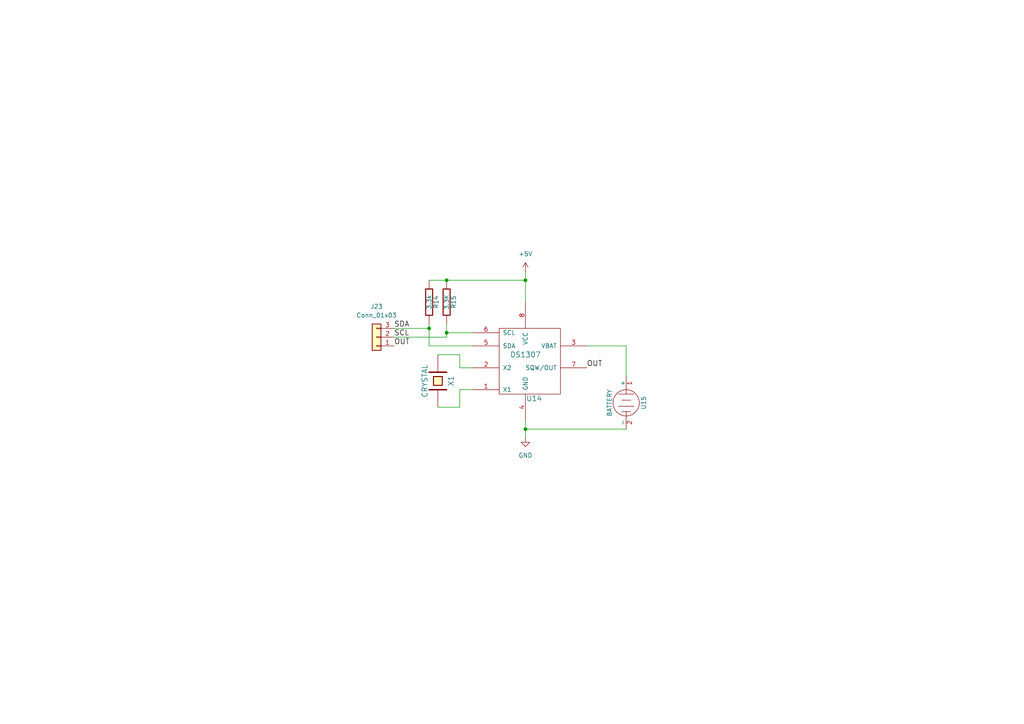
<source format=kicad_sch>
(kicad_sch (version 20250114) (generator "eeschema") (generator_version "9.0")
  (paper "A4")
  (lib_symbols
    (symbol "BATTERY_2" (pin_names (offset 0))
      (property "Reference" "BT" (at 0 5.08 0))
      (property "Value" "BATTERY" (at 0 -4.826 0))
      (symbol "BATTERY_2_0_1"
        (polyline (pts (xy -2.54 2.286) (xy -2.54 -2.2606)) (stroke (width 0.1524)))
        (polyline (pts (xy -2.54 0) (xy -3.81 0)))
        (polyline (pts (xy -0.7874 1.27) (xy -0.7874 -1.27)) (stroke (width 0.1524)))
        (circle (center 0 0) (radius 3.81) (stroke (width 0.1524)))
        (polyline (pts (xy 0.9906 2.286) (xy 0.9906 -2.2606)) (stroke (width 0.1524)))
        (polyline (pts (xy 2.54 1.27) (xy 2.54 -1.27)) (stroke (width 0.1524)))
        (polyline (pts (xy 2.54 0) (xy 3.81 0)))
      )
      (symbol "BATTERY_2_1_1"
        (pin passive line (at -7.62 0 0) (length 3.81) (name "+") (number "1"))
        (pin passive line (at 7.62 0 180) (length 3.81) (name "-") (number "2"))
      )
    )
    (symbol "CRYSTAL_2" (pin_numbers (hide yes)) (pin_names (offset 1.016) (hide yes))
      (property "Reference" "X" (at 0 3.81 0))
      (property "Value" "CRYSTAL" (at 0 -3.81 0))
      (symbol "CRYSTAL_2_0_1"
        (polyline (pts (xy -2.54 2.54) (xy -2.54 -2.54)) (stroke (width 0.4064)))
        (polyline (pts (xy -1.27 1.27) (xy 1.27 1.27) (xy 1.27 -1.27) (xy -1.27 -1.27) (xy -1.27 1.27)) (stroke (width 0.3048)) (fill (type background)))
        (polyline (pts (xy 2.54 2.54) (xy 2.54 -2.54)) (stroke (width 0.4064)))
      )
      (symbol "CRYSTAL_2_1_1"
        (pin passive line (at -7.62 0 0) (length 5.08) (name "1") (number "1"))
        (pin passive line (at 7.62 0 180) (length 5.08) (name "2") (number "2"))
      )
    )
    (symbol "Connector_Generic:Conn_01x03" (pin_names (offset 1.016) (hide yes))
      (property "Reference" "J" (at 0 5.08 0))
      (property "Value" "Conn_01x03" (at 0 -5.08 0))
      (symbol "Conn_01x03_1_1"
        (rectangle (start -1.27 3.81) (end 1.27 -3.81) (stroke (width 0.254)) (fill (type background)))
        (rectangle (start -1.27 2.667) (end 0 2.413) (stroke (width 0.1524)))
        (rectangle (start -1.27 0.127) (end 0 -0.127) (stroke (width 0.1524)))
        (rectangle (start -1.27 -2.413) (end 0 -2.667) (stroke (width 0.1524)))
        (pin passive line (at -5.08 2.54 0) (length 3.81) (name "Pin_1") (number "1"))
        (pin passive line (at -5.08 0 0) (length 3.81) (name "Pin_2") (number "2"))
        (pin passive line (at -5.08 -2.54 0) (length 3.81) (name "Pin_3") (number "3"))
      )
    )
    (symbol "DS1307_2" (pin_names (offset 1.016))
      (property "Reference" "U" (at 2.54 10.16 0))
      (property "Value" "DS1307" (at 6.35 -11.43 0))
      (symbol "DS1307_2_0_1"
        (rectangle (start -7.62 8.89) (end 10.16 -10.16))
      )
      (symbol "DS1307_2_1_1"
        (pin input line (at -15.24 7.62 0) (length 7.62) (name "SCL") (number "6"))
        (pin input line (at -15.24 3.81 0) (length 7.62) (name "SDA") (number "5"))
        (pin input line (at -15.24 -2.54 0) (length 7.62) (name "X2") (number "2"))
        (pin input line (at -15.24 -8.89 0) (length 7.62) (name "X1") (number "1"))
        (pin input line (at 0 16.51 270) (length 7.62) (name "VCC") (number "8"))
        (pin input line (at 0 -17.78 90) (length 7.62) (name "GND") (number "4"))
        (pin input line (at 17.78 3.81 180) (length 7.62) (name "VBAT") (number "3"))
        (pin input line (at 17.78 -2.54 180) (length 7.62) (name "SQW/OUT") (number "7"))
      )
    )
    (symbol "R_4" (pin_numbers (hide yes)) (pin_names (offset 0))
      (property "Reference" "R" (at 2.032 0 90))
      (property "Value" "R" (at 0.1778 0.0254 90))
      (symbol "R_4_0_1"
        (rectangle (start -1.016 3.81) (end 1.016 -3.81) (stroke (width 0.3048)))
      )
      (symbol "R_4_1_1"
        (pin passive line (at 0 6.35 270) (length 2.54) (name "~") (number "1"))
        (pin passive line (at 0 -6.35 90) (length 2.54) (name "~") (number "2"))
      )
    )
    (symbol "R_5" (pin_numbers (hide yes)) (pin_names (offset 0))
      (property "Reference" "R" (at 2.032 0 90))
      (property "Value" "R" (at 0.1778 0.0254 90))
      (symbol "R_5_0_1"
        (rectangle (start -1.016 3.81) (end 1.016 -3.81) (stroke (width 0.3048)))
      )
      (symbol "R_5_1_1"
        (pin passive line (at 0 6.35 270) (length 2.54) (name "~") (number "1"))
        (pin passive line (at 0 -6.35 90) (length 2.54) (name "~") (number "2"))
      )
    )
    (symbol "power:+5V" (power) (pin_numbers (hide yes)) (pin_names (offset 0) (hide yes))
      (property "Value" "+5V" (at 0 3.556 0))
      (symbol "+5V_0_1"
        (polyline (pts (xy -0.762 1.27) (xy 0 2.54)))
        (polyline (pts (xy 0 2.54) (xy 0.762 1.27)))
        (polyline (pts (xy 0 0) (xy 0 2.54)))
      )
      (symbol "+5V_1_1"
        (pin power_in line (at 0 0 90) (length 0) (name "~") (number "1"))
      )
    )
    (symbol "power:GND" (power) (pin_numbers (hide yes)) (pin_names (offset 0) (hide yes))
      (property "Value" "GND" (at 0 -3.81 0))
      (symbol "GND_0_1"
        (polyline (pts (xy 0 0) (xy 0 -1.27) (xy 1.27 -1.27) (xy 0 -2.54) (xy -1.27 -1.27) (xy 0 -1.27)))
      )
      (symbol "GND_1_1"
        (pin power_in line (at 0 0 270) (length 0) (name "~") (number "1"))
      )
    )
  )
  (junction (at 124.46 95.25))
  (junction (at 152.4 81.28))
  (junction (at 129.54 81.28))
  (junction (at 152.4 124.46))
  (junction (at 129.54 96.52))
  (wire (pts (xy 127 102.87) (xy 133.35 102.87)))
  (wire (pts (xy 129.54 96.52) (xy 137.16 96.52)))
  (wire (pts (xy 129.54 96.52) (xy 129.54 93.98)))
  (wire (pts (xy 129.54 81.28) (xy 152.4 81.28)))
  (wire (pts (xy 152.4 81.28) (xy 152.4 87.63)))
  (wire (pts (xy 114.3 97.79) (xy 129.54 97.79)))
  (wire (pts (xy 133.35 102.87) (xy 133.35 106.68)))
  (wire (pts (xy 114.3 95.25) (xy 124.46 95.25)))
  (wire (pts (xy 181.61 100.33) (xy 181.61 109.22)))
  (wire (pts (xy 124.46 100.33) (xy 137.16 100.33)))
  (wire (pts (xy 133.35 106.68) (xy 137.16 106.68)))
  (wire (pts (xy 152.4 124.46) (xy 152.4 127)))
  (wire (pts (xy 170.18 100.33) (xy 181.61 100.33)))
  (wire (pts (xy 127 118.11) (xy 133.35 118.11)))
  (wire (pts (xy 129.54 97.79) (xy 129.54 96.52)))
  (wire (pts (xy 152.4 121.92) (xy 152.4 124.46)))
  (wire (pts (xy 181.61 124.46) (xy 152.4 124.46)))
  (wire (pts (xy 124.46 81.28) (xy 129.54 81.28)))
  (wire (pts (xy 133.35 113.03) (xy 137.16 113.03)))
  (wire (pts (xy 133.35 118.11) (xy 133.35 113.03)))
  (wire (pts (xy 124.46 95.25) (xy 124.46 100.33)))
  (wire (pts (xy 124.46 93.98) (xy 124.46 95.25)))
  (wire (pts (xy 152.4 78.74) (xy 152.4 81.28)))
  (label "OUT" (at 170.18 106.68 0) (effects (font (size 1.524 1.524))))
  (label "OUT" (at 114.3 100.33 0) (effects (font (size 1.524 1.524))))
  (label "SCL" (at 114.3 97.79 0) (effects (font (size 1.524 1.524))))
  (label "SDA" (at 114.3 95.25 0) (effects (font (size 1.524 1.524))))
  (symbol (lib_name "CRYSTAL_2") (lib_id "Ultra_DB_X51_v1-rescue:CRYSTAL") (at 127 110.49 270) (unit 1)
    (property "Reference" "X1" (at 130.81 110.49 0) (effects (font (size 1.524 1.524))))
    (property "Value" "CRYSTAL" (at 123.19 110.49 0) (effects (font (size 1.524 1.524))))
  )
  (symbol (lib_name "R_4") (lib_id "Ultra_DB_X51_v1-rescue:R") (at 129.54 87.63 0) (unit 1)
    (property "Reference" "R15" (at 131.572 87.63 90))
    (property "Value" "3.3K" (at 129.54 87.63 90))
  )
  (symbol (lib_name "R_5") (lib_id "Ultra_DB_X51_v1-rescue:R") (at 124.46 87.63 0) (unit 1)
    (property "Reference" "R14" (at 126.492 87.63 90))
    (property "Value" "3.3k" (at 124.46 87.63 90))
  )
  (symbol (lib_id "Connector_Generic:Conn_01x03") (at 109.22 97.79 180) (unit 1)
    (property "Reference" "J23" (at 109.22 88.9 0))
    (property "Value" "Conn_01x03" (at 109.22 91.44 0))
    (property "Description" "Generic connector, single row, 01x03, script generated (kicad-library-utils/schlib/autogen/connector/)" (effects (hide yes)))
  )
  (symbol (lib_name "DS1307_2") (lib_id "Ultra_DB_X51_v1-rescue:DS1307") (at 152.4 104.14 0) (unit 1)
    (property "Reference" "U14" (at 154.94 115.57 0) (effects (font (size 1.524 1.524))))
    (property "Value" "DS1307" (at 152.4 102.87 0) (effects (font (size 1.524 1.524))))
  )
  (symbol (lib_name "BATTERY_2") (lib_id "Ultra_DB_X51_v1-rescue:BATTERY") (at 181.61 116.84 270) (unit 1)
    (property "Reference" "U15" (at 186.69 116.84 0))
    (property "Value" "BATTERY" (at 176.784 116.84 0))
  )
  (symbol (lib_id "power:+5V") (at 152.4 78.74 0) (unit 1)
    (property "Reference" "#PWR042" (effects (hide yes)))
    (property "Value" "+5V" (at 152.4 73.66 0))
    (property "Description" "Power symbol creates a global label with name \"+5V\"" (effects (hide yes)))
  )
  (symbol (lib_id "power:GND") (at 152.4 127 0) (unit 1)
    (property "Reference" "#PWR043" (effects (hide yes)))
    (property "Value" "GND" (at 152.4 132.08 0))
    (property "Description" "Power symbol creates a global label with name \"GND\" , ground" (effects (hide yes)))
  )
)
</source>
